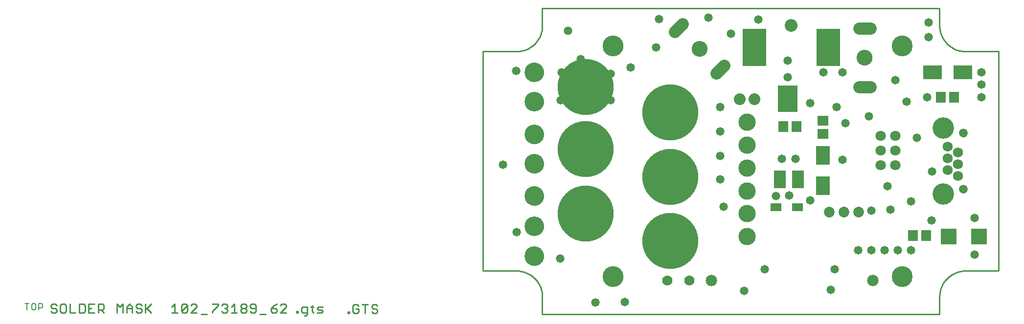
<source format=gts>
G75*
%MOIN*%
%OFA0B0*%
%FSLAX24Y24*%
%IPPOS*%
%LPD*%
%AMOC8*
5,1,8,0,0,1.08239X$1,22.5*
%
%ADD10C,0.0000*%
%ADD11C,0.1330*%
%ADD12C,0.0110*%
%ADD13C,0.0080*%
%ADD14C,0.1180*%
%ADD15C,0.0100*%
%ADD16C,0.1419*%
%ADD17R,0.0810X0.1210*%
%ADD18R,0.0946X0.1264*%
%ADD19R,0.0720X0.0680*%
%ADD20R,0.0680X0.0720*%
%ADD21C,0.3830*%
%ADD22C,0.0830*%
%ADD23C,0.1080*%
%ADD24R,0.1264X0.0946*%
%ADD25C,0.0800*%
%ADD26C,0.0780*%
%ADD27R,0.1615X0.2521*%
%ADD28R,0.1379X0.1812*%
%ADD29C,0.0867*%
%ADD30R,0.1080X0.1064*%
%ADD31C,0.0700*%
%ADD32R,0.0769X0.0580*%
%ADD33C,0.0730*%
%ADD34C,0.0680*%
%ADD35C,0.1458*%
%ADD36C,0.0592*%
%ADD37C,0.0710*%
%ADD38C,0.0580*%
D10*
X042875Y023950D02*
X042877Y024000D01*
X042883Y024049D01*
X042893Y024098D01*
X042906Y024145D01*
X042924Y024192D01*
X042945Y024237D01*
X042969Y024280D01*
X042997Y024321D01*
X043028Y024360D01*
X043062Y024396D01*
X043099Y024430D01*
X043139Y024460D01*
X043180Y024487D01*
X043224Y024511D01*
X043269Y024531D01*
X043316Y024547D01*
X043364Y024560D01*
X043413Y024569D01*
X043463Y024574D01*
X043512Y024575D01*
X043562Y024572D01*
X043611Y024565D01*
X043660Y024554D01*
X043707Y024540D01*
X043753Y024521D01*
X043798Y024499D01*
X043841Y024474D01*
X043881Y024445D01*
X043919Y024413D01*
X043955Y024379D01*
X043988Y024341D01*
X044017Y024301D01*
X044043Y024259D01*
X044066Y024215D01*
X044085Y024169D01*
X044101Y024122D01*
X044113Y024073D01*
X044121Y024024D01*
X044125Y023975D01*
X044125Y023925D01*
X044121Y023876D01*
X044113Y023827D01*
X044101Y023778D01*
X044085Y023731D01*
X044066Y023685D01*
X044043Y023641D01*
X044017Y023599D01*
X043988Y023559D01*
X043955Y023521D01*
X043919Y023487D01*
X043881Y023455D01*
X043841Y023426D01*
X043798Y023401D01*
X043753Y023379D01*
X043707Y023360D01*
X043660Y023346D01*
X043611Y023335D01*
X043562Y023328D01*
X043512Y023325D01*
X043463Y023326D01*
X043413Y023331D01*
X043364Y023340D01*
X043316Y023353D01*
X043269Y023369D01*
X043224Y023389D01*
X043180Y023413D01*
X043139Y023440D01*
X043099Y023470D01*
X043062Y023504D01*
X043028Y023540D01*
X042997Y023579D01*
X042969Y023620D01*
X042945Y023663D01*
X042924Y023708D01*
X042906Y023755D01*
X042893Y023802D01*
X042883Y023851D01*
X042877Y023900D01*
X042875Y023950D01*
X042875Y026000D02*
X042877Y026050D01*
X042883Y026099D01*
X042893Y026148D01*
X042906Y026195D01*
X042924Y026242D01*
X042945Y026287D01*
X042969Y026330D01*
X042997Y026371D01*
X043028Y026410D01*
X043062Y026446D01*
X043099Y026480D01*
X043139Y026510D01*
X043180Y026537D01*
X043224Y026561D01*
X043269Y026581D01*
X043316Y026597D01*
X043364Y026610D01*
X043413Y026619D01*
X043463Y026624D01*
X043512Y026625D01*
X043562Y026622D01*
X043611Y026615D01*
X043660Y026604D01*
X043707Y026590D01*
X043753Y026571D01*
X043798Y026549D01*
X043841Y026524D01*
X043881Y026495D01*
X043919Y026463D01*
X043955Y026429D01*
X043988Y026391D01*
X044017Y026351D01*
X044043Y026309D01*
X044066Y026265D01*
X044085Y026219D01*
X044101Y026172D01*
X044113Y026123D01*
X044121Y026074D01*
X044125Y026025D01*
X044125Y025975D01*
X044121Y025926D01*
X044113Y025877D01*
X044101Y025828D01*
X044085Y025781D01*
X044066Y025735D01*
X044043Y025691D01*
X044017Y025649D01*
X043988Y025609D01*
X043955Y025571D01*
X043919Y025537D01*
X043881Y025505D01*
X043841Y025476D01*
X043798Y025451D01*
X043753Y025429D01*
X043707Y025410D01*
X043660Y025396D01*
X043611Y025385D01*
X043562Y025378D01*
X043512Y025375D01*
X043463Y025376D01*
X043413Y025381D01*
X043364Y025390D01*
X043316Y025403D01*
X043269Y025419D01*
X043224Y025439D01*
X043180Y025463D01*
X043139Y025490D01*
X043099Y025520D01*
X043062Y025554D01*
X043028Y025590D01*
X042997Y025629D01*
X042969Y025670D01*
X042945Y025713D01*
X042924Y025758D01*
X042906Y025805D01*
X042893Y025852D01*
X042883Y025901D01*
X042877Y025950D01*
X042875Y026000D01*
X042875Y028050D02*
X042877Y028100D01*
X042883Y028149D01*
X042893Y028198D01*
X042906Y028245D01*
X042924Y028292D01*
X042945Y028337D01*
X042969Y028380D01*
X042997Y028421D01*
X043028Y028460D01*
X043062Y028496D01*
X043099Y028530D01*
X043139Y028560D01*
X043180Y028587D01*
X043224Y028611D01*
X043269Y028631D01*
X043316Y028647D01*
X043364Y028660D01*
X043413Y028669D01*
X043463Y028674D01*
X043512Y028675D01*
X043562Y028672D01*
X043611Y028665D01*
X043660Y028654D01*
X043707Y028640D01*
X043753Y028621D01*
X043798Y028599D01*
X043841Y028574D01*
X043881Y028545D01*
X043919Y028513D01*
X043955Y028479D01*
X043988Y028441D01*
X044017Y028401D01*
X044043Y028359D01*
X044066Y028315D01*
X044085Y028269D01*
X044101Y028222D01*
X044113Y028173D01*
X044121Y028124D01*
X044125Y028075D01*
X044125Y028025D01*
X044121Y027976D01*
X044113Y027927D01*
X044101Y027878D01*
X044085Y027831D01*
X044066Y027785D01*
X044043Y027741D01*
X044017Y027699D01*
X043988Y027659D01*
X043955Y027621D01*
X043919Y027587D01*
X043881Y027555D01*
X043841Y027526D01*
X043798Y027501D01*
X043753Y027479D01*
X043707Y027460D01*
X043660Y027446D01*
X043611Y027435D01*
X043562Y027428D01*
X043512Y027425D01*
X043463Y027426D01*
X043413Y027431D01*
X043364Y027440D01*
X043316Y027453D01*
X043269Y027469D01*
X043224Y027489D01*
X043180Y027513D01*
X043139Y027540D01*
X043099Y027570D01*
X043062Y027604D01*
X043028Y027640D01*
X042997Y027679D01*
X042969Y027720D01*
X042945Y027763D01*
X042924Y027808D01*
X042906Y027855D01*
X042893Y027902D01*
X042883Y027951D01*
X042877Y028000D01*
X042875Y028050D01*
X042875Y030250D02*
X042877Y030300D01*
X042883Y030349D01*
X042893Y030398D01*
X042906Y030445D01*
X042924Y030492D01*
X042945Y030537D01*
X042969Y030580D01*
X042997Y030621D01*
X043028Y030660D01*
X043062Y030696D01*
X043099Y030730D01*
X043139Y030760D01*
X043180Y030787D01*
X043224Y030811D01*
X043269Y030831D01*
X043316Y030847D01*
X043364Y030860D01*
X043413Y030869D01*
X043463Y030874D01*
X043512Y030875D01*
X043562Y030872D01*
X043611Y030865D01*
X043660Y030854D01*
X043707Y030840D01*
X043753Y030821D01*
X043798Y030799D01*
X043841Y030774D01*
X043881Y030745D01*
X043919Y030713D01*
X043955Y030679D01*
X043988Y030641D01*
X044017Y030601D01*
X044043Y030559D01*
X044066Y030515D01*
X044085Y030469D01*
X044101Y030422D01*
X044113Y030373D01*
X044121Y030324D01*
X044125Y030275D01*
X044125Y030225D01*
X044121Y030176D01*
X044113Y030127D01*
X044101Y030078D01*
X044085Y030031D01*
X044066Y029985D01*
X044043Y029941D01*
X044017Y029899D01*
X043988Y029859D01*
X043955Y029821D01*
X043919Y029787D01*
X043881Y029755D01*
X043841Y029726D01*
X043798Y029701D01*
X043753Y029679D01*
X043707Y029660D01*
X043660Y029646D01*
X043611Y029635D01*
X043562Y029628D01*
X043512Y029625D01*
X043463Y029626D01*
X043413Y029631D01*
X043364Y029640D01*
X043316Y029653D01*
X043269Y029669D01*
X043224Y029689D01*
X043180Y029713D01*
X043139Y029740D01*
X043099Y029770D01*
X043062Y029804D01*
X043028Y029840D01*
X042997Y029879D01*
X042969Y029920D01*
X042945Y029963D01*
X042924Y030008D01*
X042906Y030055D01*
X042893Y030102D01*
X042883Y030151D01*
X042877Y030200D01*
X042875Y030250D01*
X042875Y032250D02*
X042877Y032300D01*
X042883Y032349D01*
X042893Y032398D01*
X042906Y032445D01*
X042924Y032492D01*
X042945Y032537D01*
X042969Y032580D01*
X042997Y032621D01*
X043028Y032660D01*
X043062Y032696D01*
X043099Y032730D01*
X043139Y032760D01*
X043180Y032787D01*
X043224Y032811D01*
X043269Y032831D01*
X043316Y032847D01*
X043364Y032860D01*
X043413Y032869D01*
X043463Y032874D01*
X043512Y032875D01*
X043562Y032872D01*
X043611Y032865D01*
X043660Y032854D01*
X043707Y032840D01*
X043753Y032821D01*
X043798Y032799D01*
X043841Y032774D01*
X043881Y032745D01*
X043919Y032713D01*
X043955Y032679D01*
X043988Y032641D01*
X044017Y032601D01*
X044043Y032559D01*
X044066Y032515D01*
X044085Y032469D01*
X044101Y032422D01*
X044113Y032373D01*
X044121Y032324D01*
X044125Y032275D01*
X044125Y032225D01*
X044121Y032176D01*
X044113Y032127D01*
X044101Y032078D01*
X044085Y032031D01*
X044066Y031985D01*
X044043Y031941D01*
X044017Y031899D01*
X043988Y031859D01*
X043955Y031821D01*
X043919Y031787D01*
X043881Y031755D01*
X043841Y031726D01*
X043798Y031701D01*
X043753Y031679D01*
X043707Y031660D01*
X043660Y031646D01*
X043611Y031635D01*
X043562Y031628D01*
X043512Y031625D01*
X043463Y031626D01*
X043413Y031631D01*
X043364Y031640D01*
X043316Y031653D01*
X043269Y031669D01*
X043224Y031689D01*
X043180Y031713D01*
X043139Y031740D01*
X043099Y031770D01*
X043062Y031804D01*
X043028Y031840D01*
X042997Y031879D01*
X042969Y031920D01*
X042945Y031963D01*
X042924Y032008D01*
X042906Y032055D01*
X042893Y032102D01*
X042883Y032151D01*
X042877Y032200D01*
X042875Y032250D01*
X042875Y034500D02*
X042877Y034550D01*
X042883Y034599D01*
X042893Y034648D01*
X042906Y034695D01*
X042924Y034742D01*
X042945Y034787D01*
X042969Y034830D01*
X042997Y034871D01*
X043028Y034910D01*
X043062Y034946D01*
X043099Y034980D01*
X043139Y035010D01*
X043180Y035037D01*
X043224Y035061D01*
X043269Y035081D01*
X043316Y035097D01*
X043364Y035110D01*
X043413Y035119D01*
X043463Y035124D01*
X043512Y035125D01*
X043562Y035122D01*
X043611Y035115D01*
X043660Y035104D01*
X043707Y035090D01*
X043753Y035071D01*
X043798Y035049D01*
X043841Y035024D01*
X043881Y034995D01*
X043919Y034963D01*
X043955Y034929D01*
X043988Y034891D01*
X044017Y034851D01*
X044043Y034809D01*
X044066Y034765D01*
X044085Y034719D01*
X044101Y034672D01*
X044113Y034623D01*
X044121Y034574D01*
X044125Y034525D01*
X044125Y034475D01*
X044121Y034426D01*
X044113Y034377D01*
X044101Y034328D01*
X044085Y034281D01*
X044066Y034235D01*
X044043Y034191D01*
X044017Y034149D01*
X043988Y034109D01*
X043955Y034071D01*
X043919Y034037D01*
X043881Y034005D01*
X043841Y033976D01*
X043798Y033951D01*
X043753Y033929D01*
X043707Y033910D01*
X043660Y033896D01*
X043611Y033885D01*
X043562Y033878D01*
X043512Y033875D01*
X043463Y033876D01*
X043413Y033881D01*
X043364Y033890D01*
X043316Y033903D01*
X043269Y033919D01*
X043224Y033939D01*
X043180Y033963D01*
X043139Y033990D01*
X043099Y034020D01*
X043062Y034054D01*
X043028Y034090D01*
X042997Y034129D01*
X042969Y034170D01*
X042945Y034213D01*
X042924Y034258D01*
X042906Y034305D01*
X042893Y034352D01*
X042883Y034401D01*
X042877Y034450D01*
X042875Y034500D01*
X042875Y036500D02*
X042877Y036550D01*
X042883Y036599D01*
X042893Y036648D01*
X042906Y036695D01*
X042924Y036742D01*
X042945Y036787D01*
X042969Y036830D01*
X042997Y036871D01*
X043028Y036910D01*
X043062Y036946D01*
X043099Y036980D01*
X043139Y037010D01*
X043180Y037037D01*
X043224Y037061D01*
X043269Y037081D01*
X043316Y037097D01*
X043364Y037110D01*
X043413Y037119D01*
X043463Y037124D01*
X043512Y037125D01*
X043562Y037122D01*
X043611Y037115D01*
X043660Y037104D01*
X043707Y037090D01*
X043753Y037071D01*
X043798Y037049D01*
X043841Y037024D01*
X043881Y036995D01*
X043919Y036963D01*
X043955Y036929D01*
X043988Y036891D01*
X044017Y036851D01*
X044043Y036809D01*
X044066Y036765D01*
X044085Y036719D01*
X044101Y036672D01*
X044113Y036623D01*
X044121Y036574D01*
X044125Y036525D01*
X044125Y036475D01*
X044121Y036426D01*
X044113Y036377D01*
X044101Y036328D01*
X044085Y036281D01*
X044066Y036235D01*
X044043Y036191D01*
X044017Y036149D01*
X043988Y036109D01*
X043955Y036071D01*
X043919Y036037D01*
X043881Y036005D01*
X043841Y035976D01*
X043798Y035951D01*
X043753Y035929D01*
X043707Y035910D01*
X043660Y035896D01*
X043611Y035885D01*
X043562Y035878D01*
X043512Y035875D01*
X043463Y035876D01*
X043413Y035881D01*
X043364Y035890D01*
X043316Y035903D01*
X043269Y035919D01*
X043224Y035939D01*
X043180Y035963D01*
X043139Y035990D01*
X043099Y036020D01*
X043062Y036054D01*
X043028Y036090D01*
X042997Y036129D01*
X042969Y036170D01*
X042945Y036213D01*
X042924Y036258D01*
X042906Y036305D01*
X042893Y036352D01*
X042883Y036401D01*
X042877Y036450D01*
X042875Y036500D01*
X048189Y038307D02*
X048191Y038358D01*
X048197Y038409D01*
X048207Y038459D01*
X048220Y038509D01*
X048238Y038557D01*
X048258Y038604D01*
X048283Y038649D01*
X048311Y038692D01*
X048342Y038733D01*
X048376Y038771D01*
X048413Y038806D01*
X048452Y038839D01*
X048494Y038869D01*
X048538Y038895D01*
X048584Y038917D01*
X048632Y038937D01*
X048681Y038952D01*
X048731Y038964D01*
X048781Y038972D01*
X048832Y038976D01*
X048884Y038976D01*
X048935Y038972D01*
X048985Y038964D01*
X049035Y038952D01*
X049084Y038937D01*
X049132Y038917D01*
X049178Y038895D01*
X049222Y038869D01*
X049264Y038839D01*
X049303Y038806D01*
X049340Y038771D01*
X049374Y038733D01*
X049405Y038692D01*
X049433Y038649D01*
X049458Y038604D01*
X049478Y038557D01*
X049496Y038509D01*
X049509Y038459D01*
X049519Y038409D01*
X049525Y038358D01*
X049527Y038307D01*
X049525Y038256D01*
X049519Y038205D01*
X049509Y038155D01*
X049496Y038105D01*
X049478Y038057D01*
X049458Y038010D01*
X049433Y037965D01*
X049405Y037922D01*
X049374Y037881D01*
X049340Y037843D01*
X049303Y037808D01*
X049264Y037775D01*
X049222Y037745D01*
X049178Y037719D01*
X049132Y037697D01*
X049084Y037677D01*
X049035Y037662D01*
X048985Y037650D01*
X048935Y037642D01*
X048884Y037638D01*
X048832Y037638D01*
X048781Y037642D01*
X048731Y037650D01*
X048681Y037662D01*
X048632Y037677D01*
X048584Y037697D01*
X048538Y037719D01*
X048494Y037745D01*
X048452Y037775D01*
X048413Y037808D01*
X048376Y037843D01*
X048342Y037881D01*
X048311Y037922D01*
X048283Y037965D01*
X048258Y038010D01*
X048238Y038057D01*
X048220Y038105D01*
X048207Y038155D01*
X048197Y038205D01*
X048191Y038256D01*
X048189Y038307D01*
X054250Y038100D02*
X054252Y038144D01*
X054258Y038188D01*
X054268Y038231D01*
X054281Y038273D01*
X054298Y038314D01*
X054319Y038353D01*
X054343Y038390D01*
X054370Y038425D01*
X054400Y038457D01*
X054433Y038487D01*
X054469Y038513D01*
X054506Y038537D01*
X054546Y038556D01*
X054587Y038573D01*
X054630Y038585D01*
X054673Y038594D01*
X054717Y038599D01*
X054761Y038600D01*
X054805Y038597D01*
X054849Y038590D01*
X054892Y038579D01*
X054934Y038565D01*
X054974Y038547D01*
X055013Y038525D01*
X055049Y038501D01*
X055083Y038473D01*
X055115Y038442D01*
X055144Y038408D01*
X055170Y038372D01*
X055192Y038334D01*
X055211Y038294D01*
X055226Y038252D01*
X055238Y038210D01*
X055246Y038166D01*
X055250Y038122D01*
X055250Y038078D01*
X055246Y038034D01*
X055238Y037990D01*
X055226Y037948D01*
X055211Y037906D01*
X055192Y037866D01*
X055170Y037828D01*
X055144Y037792D01*
X055115Y037758D01*
X055083Y037727D01*
X055049Y037699D01*
X055013Y037675D01*
X054974Y037653D01*
X054934Y037635D01*
X054892Y037621D01*
X054849Y037610D01*
X054805Y037603D01*
X054761Y037600D01*
X054717Y037601D01*
X054673Y037606D01*
X054630Y037615D01*
X054587Y037627D01*
X054546Y037644D01*
X054506Y037663D01*
X054469Y037687D01*
X054433Y037713D01*
X054400Y037743D01*
X054370Y037775D01*
X054343Y037810D01*
X054319Y037847D01*
X054298Y037886D01*
X054281Y037927D01*
X054268Y037969D01*
X054258Y038012D01*
X054252Y038056D01*
X054250Y038100D01*
X060606Y039700D02*
X060608Y039739D01*
X060614Y039778D01*
X060624Y039816D01*
X060637Y039853D01*
X060654Y039888D01*
X060674Y039922D01*
X060698Y039953D01*
X060725Y039982D01*
X060754Y040008D01*
X060786Y040031D01*
X060820Y040051D01*
X060856Y040067D01*
X060893Y040079D01*
X060932Y040088D01*
X060971Y040093D01*
X061010Y040094D01*
X061049Y040091D01*
X061088Y040084D01*
X061125Y040073D01*
X061162Y040059D01*
X061197Y040041D01*
X061230Y040020D01*
X061261Y039995D01*
X061289Y039968D01*
X061314Y039938D01*
X061336Y039905D01*
X061355Y039871D01*
X061370Y039835D01*
X061382Y039797D01*
X061390Y039759D01*
X061394Y039720D01*
X061394Y039680D01*
X061390Y039641D01*
X061382Y039603D01*
X061370Y039565D01*
X061355Y039529D01*
X061336Y039495D01*
X061314Y039462D01*
X061289Y039432D01*
X061261Y039405D01*
X061230Y039380D01*
X061197Y039359D01*
X061162Y039341D01*
X061125Y039327D01*
X061088Y039316D01*
X061049Y039309D01*
X061010Y039306D01*
X060971Y039307D01*
X060932Y039312D01*
X060893Y039321D01*
X060856Y039333D01*
X060820Y039349D01*
X060786Y039369D01*
X060754Y039392D01*
X060725Y039418D01*
X060698Y039447D01*
X060674Y039478D01*
X060654Y039512D01*
X060637Y039547D01*
X060624Y039584D01*
X060614Y039622D01*
X060608Y039661D01*
X060606Y039700D01*
X065500Y037500D02*
X065502Y037544D01*
X065508Y037588D01*
X065518Y037631D01*
X065531Y037673D01*
X065548Y037714D01*
X065569Y037753D01*
X065593Y037790D01*
X065620Y037825D01*
X065650Y037857D01*
X065683Y037887D01*
X065719Y037913D01*
X065756Y037937D01*
X065796Y037956D01*
X065837Y037973D01*
X065880Y037985D01*
X065923Y037994D01*
X065967Y037999D01*
X066011Y038000D01*
X066055Y037997D01*
X066099Y037990D01*
X066142Y037979D01*
X066184Y037965D01*
X066224Y037947D01*
X066263Y037925D01*
X066299Y037901D01*
X066333Y037873D01*
X066365Y037842D01*
X066394Y037808D01*
X066420Y037772D01*
X066442Y037734D01*
X066461Y037694D01*
X066476Y037652D01*
X066488Y037610D01*
X066496Y037566D01*
X066500Y037522D01*
X066500Y037478D01*
X066496Y037434D01*
X066488Y037390D01*
X066476Y037348D01*
X066461Y037306D01*
X066442Y037266D01*
X066420Y037228D01*
X066394Y037192D01*
X066365Y037158D01*
X066333Y037127D01*
X066299Y037099D01*
X066263Y037075D01*
X066224Y037053D01*
X066184Y037035D01*
X066142Y037021D01*
X066099Y037010D01*
X066055Y037003D01*
X066011Y037000D01*
X065967Y037001D01*
X065923Y037006D01*
X065880Y037015D01*
X065837Y037027D01*
X065796Y037044D01*
X065756Y037063D01*
X065719Y037087D01*
X065683Y037113D01*
X065650Y037143D01*
X065620Y037175D01*
X065593Y037210D01*
X065569Y037247D01*
X065548Y037286D01*
X065531Y037327D01*
X065518Y037369D01*
X065508Y037412D01*
X065502Y037456D01*
X065500Y037500D01*
X067874Y038307D02*
X067876Y038358D01*
X067882Y038409D01*
X067892Y038459D01*
X067905Y038509D01*
X067923Y038557D01*
X067943Y038604D01*
X067968Y038649D01*
X067996Y038692D01*
X068027Y038733D01*
X068061Y038771D01*
X068098Y038806D01*
X068137Y038839D01*
X068179Y038869D01*
X068223Y038895D01*
X068269Y038917D01*
X068317Y038937D01*
X068366Y038952D01*
X068416Y038964D01*
X068466Y038972D01*
X068517Y038976D01*
X068569Y038976D01*
X068620Y038972D01*
X068670Y038964D01*
X068720Y038952D01*
X068769Y038937D01*
X068817Y038917D01*
X068863Y038895D01*
X068907Y038869D01*
X068949Y038839D01*
X068988Y038806D01*
X069025Y038771D01*
X069059Y038733D01*
X069090Y038692D01*
X069118Y038649D01*
X069143Y038604D01*
X069163Y038557D01*
X069181Y038509D01*
X069194Y038459D01*
X069204Y038409D01*
X069210Y038358D01*
X069212Y038307D01*
X069210Y038256D01*
X069204Y038205D01*
X069194Y038155D01*
X069181Y038105D01*
X069163Y038057D01*
X069143Y038010D01*
X069118Y037965D01*
X069090Y037922D01*
X069059Y037881D01*
X069025Y037843D01*
X068988Y037808D01*
X068949Y037775D01*
X068907Y037745D01*
X068863Y037719D01*
X068817Y037697D01*
X068769Y037677D01*
X068720Y037662D01*
X068670Y037650D01*
X068620Y037642D01*
X068569Y037638D01*
X068517Y037638D01*
X068466Y037642D01*
X068416Y037650D01*
X068366Y037662D01*
X068317Y037677D01*
X068269Y037697D01*
X068223Y037719D01*
X068179Y037745D01*
X068137Y037775D01*
X068098Y037808D01*
X068061Y037843D01*
X068027Y037881D01*
X067996Y037922D01*
X067968Y037965D01*
X067943Y038010D01*
X067923Y038057D01*
X067905Y038105D01*
X067892Y038155D01*
X067882Y038205D01*
X067876Y038256D01*
X067874Y038307D01*
X072464Y032343D02*
X072466Y032374D01*
X072472Y032405D01*
X072481Y032435D01*
X072494Y032464D01*
X072511Y032491D01*
X072531Y032515D01*
X072553Y032537D01*
X072579Y032556D01*
X072606Y032572D01*
X072635Y032584D01*
X072665Y032593D01*
X072696Y032598D01*
X072728Y032599D01*
X072759Y032596D01*
X072790Y032589D01*
X072820Y032579D01*
X072848Y032565D01*
X072874Y032547D01*
X072898Y032527D01*
X072919Y032503D01*
X072938Y032478D01*
X072953Y032450D01*
X072964Y032421D01*
X072972Y032390D01*
X072976Y032359D01*
X072976Y032327D01*
X072972Y032296D01*
X072964Y032265D01*
X072953Y032236D01*
X072938Y032208D01*
X072919Y032183D01*
X072898Y032159D01*
X072874Y032139D01*
X072848Y032121D01*
X072820Y032107D01*
X072790Y032097D01*
X072759Y032090D01*
X072728Y032087D01*
X072696Y032088D01*
X072665Y032093D01*
X072635Y032102D01*
X072606Y032114D01*
X072579Y032130D01*
X072553Y032149D01*
X072531Y032171D01*
X072511Y032195D01*
X072494Y032222D01*
X072481Y032251D01*
X072472Y032281D01*
X072466Y032312D01*
X072464Y032343D01*
X072464Y028524D02*
X072466Y028555D01*
X072472Y028586D01*
X072481Y028616D01*
X072494Y028645D01*
X072511Y028672D01*
X072531Y028696D01*
X072553Y028718D01*
X072579Y028737D01*
X072606Y028753D01*
X072635Y028765D01*
X072665Y028774D01*
X072696Y028779D01*
X072728Y028780D01*
X072759Y028777D01*
X072790Y028770D01*
X072820Y028760D01*
X072848Y028746D01*
X072874Y028728D01*
X072898Y028708D01*
X072919Y028684D01*
X072938Y028659D01*
X072953Y028631D01*
X072964Y028602D01*
X072972Y028571D01*
X072976Y028540D01*
X072976Y028508D01*
X072972Y028477D01*
X072964Y028446D01*
X072953Y028417D01*
X072938Y028389D01*
X072919Y028364D01*
X072898Y028340D01*
X072874Y028320D01*
X072848Y028302D01*
X072820Y028288D01*
X072790Y028278D01*
X072759Y028271D01*
X072728Y028268D01*
X072696Y028269D01*
X072665Y028274D01*
X072635Y028283D01*
X072606Y028295D01*
X072579Y028311D01*
X072553Y028330D01*
X072531Y028352D01*
X072511Y028376D01*
X072494Y028403D01*
X072481Y028432D01*
X072472Y028462D01*
X072466Y028493D01*
X072464Y028524D01*
X067874Y022559D02*
X067876Y022610D01*
X067882Y022661D01*
X067892Y022711D01*
X067905Y022761D01*
X067923Y022809D01*
X067943Y022856D01*
X067968Y022901D01*
X067996Y022944D01*
X068027Y022985D01*
X068061Y023023D01*
X068098Y023058D01*
X068137Y023091D01*
X068179Y023121D01*
X068223Y023147D01*
X068269Y023169D01*
X068317Y023189D01*
X068366Y023204D01*
X068416Y023216D01*
X068466Y023224D01*
X068517Y023228D01*
X068569Y023228D01*
X068620Y023224D01*
X068670Y023216D01*
X068720Y023204D01*
X068769Y023189D01*
X068817Y023169D01*
X068863Y023147D01*
X068907Y023121D01*
X068949Y023091D01*
X068988Y023058D01*
X069025Y023023D01*
X069059Y022985D01*
X069090Y022944D01*
X069118Y022901D01*
X069143Y022856D01*
X069163Y022809D01*
X069181Y022761D01*
X069194Y022711D01*
X069204Y022661D01*
X069210Y022610D01*
X069212Y022559D01*
X069210Y022508D01*
X069204Y022457D01*
X069194Y022407D01*
X069181Y022357D01*
X069163Y022309D01*
X069143Y022262D01*
X069118Y022217D01*
X069090Y022174D01*
X069059Y022133D01*
X069025Y022095D01*
X068988Y022060D01*
X068949Y022027D01*
X068907Y021997D01*
X068863Y021971D01*
X068817Y021949D01*
X068769Y021929D01*
X068720Y021914D01*
X068670Y021902D01*
X068620Y021894D01*
X068569Y021890D01*
X068517Y021890D01*
X068466Y021894D01*
X068416Y021902D01*
X068366Y021914D01*
X068317Y021929D01*
X068269Y021949D01*
X068223Y021971D01*
X068179Y021997D01*
X068137Y022027D01*
X068098Y022060D01*
X068061Y022095D01*
X068027Y022133D01*
X067996Y022174D01*
X067968Y022217D01*
X067943Y022262D01*
X067923Y022309D01*
X067905Y022357D01*
X067892Y022407D01*
X067882Y022457D01*
X067876Y022508D01*
X067874Y022559D01*
X048189Y022559D02*
X048191Y022610D01*
X048197Y022661D01*
X048207Y022711D01*
X048220Y022761D01*
X048238Y022809D01*
X048258Y022856D01*
X048283Y022901D01*
X048311Y022944D01*
X048342Y022985D01*
X048376Y023023D01*
X048413Y023058D01*
X048452Y023091D01*
X048494Y023121D01*
X048538Y023147D01*
X048584Y023169D01*
X048632Y023189D01*
X048681Y023204D01*
X048731Y023216D01*
X048781Y023224D01*
X048832Y023228D01*
X048884Y023228D01*
X048935Y023224D01*
X048985Y023216D01*
X049035Y023204D01*
X049084Y023189D01*
X049132Y023169D01*
X049178Y023147D01*
X049222Y023121D01*
X049264Y023091D01*
X049303Y023058D01*
X049340Y023023D01*
X049374Y022985D01*
X049405Y022944D01*
X049433Y022901D01*
X049458Y022856D01*
X049478Y022809D01*
X049496Y022761D01*
X049509Y022711D01*
X049519Y022661D01*
X049525Y022610D01*
X049527Y022559D01*
X049525Y022508D01*
X049519Y022457D01*
X049509Y022407D01*
X049496Y022357D01*
X049478Y022309D01*
X049458Y022262D01*
X049433Y022217D01*
X049405Y022174D01*
X049374Y022133D01*
X049340Y022095D01*
X049303Y022060D01*
X049264Y022027D01*
X049222Y021997D01*
X049178Y021971D01*
X049132Y021949D01*
X049084Y021929D01*
X049035Y021914D01*
X048985Y021902D01*
X048935Y021894D01*
X048884Y021890D01*
X048832Y021890D01*
X048781Y021894D01*
X048731Y021902D01*
X048681Y021914D01*
X048632Y021929D01*
X048584Y021949D01*
X048538Y021971D01*
X048494Y021997D01*
X048452Y022027D01*
X048413Y022060D01*
X048376Y022095D01*
X048342Y022133D01*
X048311Y022174D01*
X048283Y022217D01*
X048258Y022262D01*
X048238Y022309D01*
X048220Y022357D01*
X048207Y022407D01*
X048197Y022457D01*
X048191Y022508D01*
X048189Y022559D01*
D11*
X043500Y023950D03*
X043500Y026000D03*
X043500Y028050D03*
X043500Y030250D03*
X043500Y032250D03*
X043500Y034500D03*
X043500Y036500D03*
D12*
X010653Y020105D02*
X010555Y020203D01*
X010653Y020105D02*
X010850Y020105D01*
X010949Y020203D01*
X010949Y020302D01*
X010850Y020400D01*
X010653Y020400D01*
X010555Y020499D01*
X010555Y020597D01*
X010653Y020696D01*
X010850Y020696D01*
X010949Y020597D01*
X011200Y020597D02*
X011200Y020203D01*
X011298Y020105D01*
X011495Y020105D01*
X011593Y020203D01*
X011593Y020597D01*
X011495Y020696D01*
X011298Y020696D01*
X011200Y020597D01*
X011844Y020696D02*
X011844Y020105D01*
X012238Y020105D01*
X012489Y020105D02*
X012784Y020105D01*
X012882Y020203D01*
X012882Y020597D01*
X012784Y020696D01*
X012489Y020696D01*
X012489Y020105D01*
X013133Y020105D02*
X013133Y020696D01*
X013527Y020696D01*
X013778Y020696D02*
X013778Y020105D01*
X013778Y020302D02*
X014073Y020302D01*
X014171Y020400D01*
X014171Y020597D01*
X014073Y020696D01*
X013778Y020696D01*
X013975Y020302D02*
X014171Y020105D01*
X013527Y020105D02*
X013133Y020105D01*
X013133Y020400D02*
X013330Y020400D01*
X015067Y020105D02*
X015067Y020696D01*
X015264Y020499D01*
X015461Y020696D01*
X015461Y020105D01*
X015711Y020105D02*
X015711Y020499D01*
X015908Y020696D01*
X016105Y020499D01*
X016105Y020105D01*
X016356Y020203D02*
X016454Y020105D01*
X016651Y020105D01*
X016750Y020203D01*
X016750Y020302D01*
X016651Y020400D01*
X016454Y020400D01*
X016356Y020499D01*
X016356Y020597D01*
X016454Y020696D01*
X016651Y020696D01*
X016750Y020597D01*
X017000Y020696D02*
X017000Y020105D01*
X017000Y020302D02*
X017394Y020696D01*
X017099Y020400D02*
X017394Y020105D01*
X018805Y020105D02*
X019199Y020105D01*
X019002Y020105D02*
X019002Y020696D01*
X018805Y020499D01*
X019450Y020597D02*
X019548Y020696D01*
X019745Y020696D01*
X019843Y020597D01*
X019450Y020203D01*
X019548Y020105D01*
X019745Y020105D01*
X019843Y020203D01*
X019843Y020597D01*
X020094Y020597D02*
X020193Y020696D01*
X020389Y020696D01*
X020488Y020597D01*
X020488Y020499D01*
X020094Y020105D01*
X020488Y020105D01*
X020805Y020007D02*
X021199Y020007D01*
X021555Y020105D02*
X021555Y020203D01*
X021949Y020597D01*
X021949Y020696D01*
X021555Y020696D01*
X022200Y020597D02*
X022298Y020696D01*
X022495Y020696D01*
X022593Y020597D01*
X022593Y020499D01*
X022495Y020400D01*
X022593Y020302D01*
X022593Y020203D01*
X022495Y020105D01*
X022298Y020105D01*
X022200Y020203D01*
X022396Y020400D02*
X022495Y020400D01*
X022844Y020499D02*
X023041Y020696D01*
X023041Y020105D01*
X022844Y020105D02*
X023238Y020105D01*
X023489Y020203D02*
X023489Y020302D01*
X023587Y020400D01*
X023784Y020400D01*
X023882Y020302D01*
X023882Y020203D01*
X023784Y020105D01*
X023587Y020105D01*
X023489Y020203D01*
X023587Y020400D02*
X023489Y020499D01*
X023489Y020597D01*
X023587Y020696D01*
X023784Y020696D01*
X023882Y020597D01*
X023882Y020499D01*
X023784Y020400D01*
X024133Y020499D02*
X024232Y020400D01*
X024527Y020400D01*
X024527Y020203D02*
X024527Y020597D01*
X024428Y020696D01*
X024232Y020696D01*
X024133Y020597D01*
X024133Y020499D01*
X024133Y020203D02*
X024232Y020105D01*
X024428Y020105D01*
X024527Y020203D01*
X024805Y020007D02*
X025199Y020007D01*
X025555Y020203D02*
X025653Y020105D01*
X025850Y020105D01*
X025949Y020203D01*
X025949Y020302D01*
X025850Y020400D01*
X025555Y020400D01*
X025555Y020203D01*
X025555Y020400D02*
X025752Y020597D01*
X025949Y020696D01*
X026200Y020597D02*
X026298Y020696D01*
X026495Y020696D01*
X026593Y020597D01*
X026593Y020499D01*
X026200Y020105D01*
X026593Y020105D01*
X027305Y020105D02*
X027305Y020203D01*
X027403Y020203D01*
X027403Y020105D01*
X027305Y020105D01*
X027627Y020203D02*
X027726Y020105D01*
X028021Y020105D01*
X028021Y020007D02*
X028021Y020499D01*
X027726Y020499D01*
X027627Y020400D01*
X027627Y020203D01*
X027824Y019908D02*
X027923Y019908D01*
X028021Y020007D01*
X028370Y020203D02*
X028469Y020105D01*
X028370Y020203D02*
X028370Y020597D01*
X028272Y020499D02*
X028469Y020499D01*
X028702Y020400D02*
X028800Y020499D01*
X029095Y020499D01*
X028997Y020302D02*
X028800Y020302D01*
X028702Y020400D01*
X028702Y020105D02*
X028997Y020105D01*
X029095Y020203D01*
X028997Y020302D01*
X030799Y020153D02*
X030897Y020153D01*
X030897Y020055D01*
X030799Y020055D01*
X030799Y020153D01*
X031121Y020153D02*
X031220Y020055D01*
X031417Y020055D01*
X031515Y020153D01*
X031515Y020350D01*
X031318Y020350D01*
X031121Y020547D02*
X031121Y020153D01*
X031121Y020547D02*
X031220Y020646D01*
X031417Y020646D01*
X031515Y020547D01*
X031766Y020646D02*
X032160Y020646D01*
X031963Y020646D02*
X031963Y020055D01*
X032410Y020153D02*
X032509Y020055D01*
X032706Y020055D01*
X032804Y020153D01*
X032804Y020252D01*
X032706Y020350D01*
X032509Y020350D01*
X032410Y020449D01*
X032410Y020547D01*
X032509Y020646D01*
X032706Y020646D01*
X032804Y020547D01*
X019450Y020597D02*
X019450Y020203D01*
X016105Y020400D02*
X015711Y020400D01*
D13*
X009991Y020500D02*
X009921Y020430D01*
X009711Y020430D01*
X009711Y020290D02*
X009711Y020710D01*
X009921Y020710D01*
X009991Y020640D01*
X009991Y020500D01*
X009531Y020360D02*
X009531Y020640D01*
X009461Y020710D01*
X009320Y020710D01*
X009250Y020640D01*
X009250Y020360D01*
X009320Y020290D01*
X009461Y020290D01*
X009531Y020360D01*
X009070Y020710D02*
X008790Y020710D01*
X008930Y020710D02*
X008930Y020290D01*
D14*
X058000Y025283D03*
X058000Y026843D03*
X058000Y028403D03*
X058000Y029963D03*
X058000Y031523D03*
X058000Y033083D03*
D15*
X071102Y039685D02*
X071102Y040866D01*
X044035Y040866D01*
X044035Y039685D01*
X044036Y039685D02*
X044034Y039603D01*
X044028Y039522D01*
X044019Y039440D01*
X044006Y039359D01*
X043989Y039279D01*
X043968Y039200D01*
X043944Y039122D01*
X043916Y039045D01*
X043885Y038969D01*
X043850Y038895D01*
X043812Y038823D01*
X043771Y038752D01*
X043726Y038684D01*
X043678Y038617D01*
X043627Y038553D01*
X043574Y038491D01*
X043517Y038432D01*
X043458Y038375D01*
X043396Y038322D01*
X043332Y038271D01*
X043265Y038223D01*
X043197Y038178D01*
X043126Y038137D01*
X043054Y038099D01*
X042980Y038064D01*
X042904Y038033D01*
X042827Y038005D01*
X042749Y037981D01*
X042670Y037960D01*
X042590Y037943D01*
X042509Y037930D01*
X042427Y037921D01*
X042346Y037915D01*
X042264Y037913D01*
X040000Y037913D01*
X040000Y022953D01*
X042264Y022953D01*
X042346Y022951D01*
X042427Y022945D01*
X042509Y022936D01*
X042590Y022923D01*
X042670Y022906D01*
X042749Y022885D01*
X042827Y022861D01*
X042904Y022833D01*
X042980Y022802D01*
X043054Y022767D01*
X043126Y022729D01*
X043197Y022688D01*
X043265Y022643D01*
X043332Y022595D01*
X043396Y022544D01*
X043458Y022491D01*
X043517Y022434D01*
X043574Y022375D01*
X043627Y022313D01*
X043678Y022249D01*
X043726Y022182D01*
X043771Y022114D01*
X043812Y022043D01*
X043850Y021971D01*
X043885Y021897D01*
X043916Y021821D01*
X043944Y021744D01*
X043968Y021666D01*
X043989Y021587D01*
X044006Y021507D01*
X044019Y021426D01*
X044028Y021344D01*
X044034Y021263D01*
X044036Y021181D01*
X044035Y021181D02*
X044035Y020000D01*
X071102Y020000D01*
X071102Y021181D01*
X071104Y021263D01*
X071110Y021344D01*
X071119Y021426D01*
X071132Y021507D01*
X071149Y021587D01*
X071170Y021666D01*
X071194Y021744D01*
X071222Y021821D01*
X071253Y021897D01*
X071288Y021971D01*
X071326Y022043D01*
X071367Y022114D01*
X071412Y022182D01*
X071460Y022249D01*
X071511Y022313D01*
X071564Y022375D01*
X071621Y022434D01*
X071680Y022491D01*
X071742Y022544D01*
X071806Y022595D01*
X071873Y022643D01*
X071941Y022688D01*
X072012Y022729D01*
X072084Y022767D01*
X072158Y022802D01*
X072234Y022833D01*
X072311Y022861D01*
X072389Y022885D01*
X072468Y022906D01*
X072548Y022923D01*
X072629Y022936D01*
X072711Y022945D01*
X072792Y022951D01*
X072874Y022953D01*
X075138Y022953D01*
X075138Y037913D01*
X072874Y037913D01*
X072792Y037915D01*
X072711Y037921D01*
X072629Y037930D01*
X072548Y037943D01*
X072468Y037960D01*
X072389Y037981D01*
X072311Y038005D01*
X072234Y038033D01*
X072158Y038064D01*
X072084Y038099D01*
X072012Y038137D01*
X071941Y038178D01*
X071873Y038223D01*
X071806Y038271D01*
X071742Y038322D01*
X071680Y038375D01*
X071621Y038432D01*
X071564Y038491D01*
X071511Y038553D01*
X071460Y038617D01*
X071412Y038684D01*
X071367Y038752D01*
X071326Y038823D01*
X071288Y038895D01*
X071253Y038969D01*
X071222Y039045D01*
X071194Y039122D01*
X071170Y039200D01*
X071149Y039279D01*
X071132Y039359D01*
X071119Y039440D01*
X071110Y039522D01*
X071104Y039603D01*
X071102Y039685D01*
D16*
X068543Y038307D03*
X048858Y038307D03*
X048858Y022559D03*
X068543Y022559D03*
D17*
X061470Y029200D03*
X060230Y029200D03*
D18*
X063150Y028775D03*
X063150Y030825D03*
D19*
X063150Y032300D03*
X063150Y033200D03*
D20*
X061350Y032800D03*
X060450Y032800D03*
X071200Y034800D03*
X072100Y034800D03*
X070200Y025350D03*
X069300Y025350D03*
D21*
X052750Y025000D03*
X052750Y029375D03*
X052750Y033750D03*
X047000Y035500D03*
X047000Y031250D03*
X047000Y026850D03*
D22*
X055899Y036421D02*
X056429Y036951D01*
X053601Y039779D02*
X053071Y039249D01*
X065625Y039500D02*
X066375Y039500D01*
X066375Y035500D02*
X065625Y035500D01*
D23*
X066000Y037500D03*
X054750Y038100D03*
D24*
X070625Y036500D03*
X072675Y036500D03*
D25*
X058500Y034650D03*
X057500Y034650D03*
D26*
X055540Y022300D03*
X066560Y022300D03*
D27*
X063520Y038204D03*
X058480Y038204D03*
D28*
X060744Y034680D03*
D29*
X061000Y039700D03*
D30*
X071720Y025300D03*
X073780Y025300D03*
D31*
X054050Y022300D03*
X052550Y022300D03*
D32*
X059963Y027300D03*
X061437Y027300D03*
D33*
X063600Y026950D03*
X064600Y026950D03*
X065600Y026950D03*
D34*
X071649Y029831D03*
X072350Y030232D03*
X072350Y029429D03*
X071649Y030634D03*
X071649Y031437D03*
X072350Y031035D03*
D35*
X071370Y032683D03*
X071370Y028183D03*
D36*
X072720Y028524D03*
X072720Y032343D03*
D37*
X068100Y032150D03*
X067100Y032150D03*
X067100Y031150D03*
X067100Y030150D03*
X068100Y030150D03*
X068100Y031150D03*
D38*
X069550Y032033D03*
X068850Y034483D03*
X070250Y034783D03*
X068100Y035950D03*
X066300Y033483D03*
X064700Y033033D03*
X064100Y034133D03*
X062300Y034383D03*
X060743Y036150D03*
X060743Y037300D03*
X063200Y036500D03*
X064500Y036500D03*
X070343Y038900D03*
X070343Y039900D03*
X073950Y036500D03*
X073950Y035650D03*
X073950Y034800D03*
X070600Y029733D03*
X069150Y027683D03*
X067750Y027133D03*
X066450Y027050D03*
X067550Y028733D03*
X064500Y030533D03*
X061300Y030583D03*
X060350Y030583D03*
X060850Y028100D03*
X059950Y028050D03*
X062300Y027750D03*
X065550Y024350D03*
X066450Y024350D03*
X067350Y024350D03*
X068250Y024350D03*
X069150Y024350D03*
X070550Y026400D03*
X073500Y026550D03*
X073500Y024050D03*
X063950Y023050D03*
X063700Y021650D03*
X059200Y023050D03*
X057800Y021600D03*
X056400Y027323D03*
X056150Y029200D03*
X056150Y030783D03*
X056150Y032453D03*
X056150Y034123D03*
X051800Y038183D03*
X050050Y036833D03*
X048700Y036383D03*
X048700Y034583D03*
X045300Y034583D03*
X045350Y036483D03*
X046650Y037383D03*
X045800Y039333D03*
X042250Y036583D03*
X041350Y030183D03*
X042300Y025583D03*
X045250Y023783D03*
X047670Y020783D03*
X049650Y020833D03*
X056900Y039133D03*
X055350Y040233D03*
X058750Y040083D03*
X052000Y040133D03*
M02*

</source>
